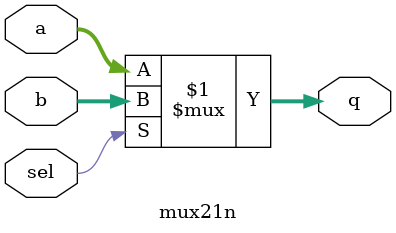
<source format=v>
`timescale 1ns / 1ps
module mux21n(q, sel, a, b);
	
		parameter WID = 16;
		input sel;
		input[WID-1:0] a, b;
		output[WID-1:0] q;
		
		assign q = sel?b:a;

endmodule

</source>
